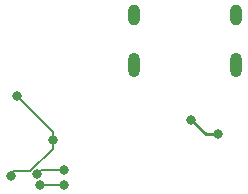
<source format=gbr>
%TF.GenerationSoftware,KiCad,Pcbnew,7.0.6-0*%
%TF.CreationDate,2023-09-19T06:41:03+09:00*%
%TF.ProjectId,scratch-rp2040,73637261-7463-4682-9d72-70323034302e,rev?*%
%TF.SameCoordinates,Original*%
%TF.FileFunction,Copper,L2,Bot*%
%TF.FilePolarity,Positive*%
%FSLAX46Y46*%
G04 Gerber Fmt 4.6, Leading zero omitted, Abs format (unit mm)*
G04 Created by KiCad (PCBNEW 7.0.6-0) date 2023-09-19 06:41:03*
%MOMM*%
%LPD*%
G01*
G04 APERTURE LIST*
%TA.AperFunction,ComponentPad*%
%ADD10O,1.000000X2.100000*%
%TD*%
%TA.AperFunction,ComponentPad*%
%ADD11O,1.000000X1.800000*%
%TD*%
%TA.AperFunction,ViaPad*%
%ADD12C,0.800000*%
%TD*%
%TA.AperFunction,Conductor*%
%ADD13C,0.250000*%
%TD*%
%TA.AperFunction,Conductor*%
%ADD14C,0.130000*%
%TD*%
G04 APERTURE END LIST*
D10*
%TO.P,P1,S1,SHIELD*%
%TO.N,GND*%
X125320000Y-55105000D03*
D11*
X125320000Y-50925000D03*
D10*
X116680000Y-55105000D03*
D11*
X116680000Y-50925000D03*
%TD*%
D12*
%TO.N,GND*%
X123750000Y-61000000D03*
X109750000Y-61500000D03*
X106750000Y-57750000D03*
X123750000Y-61000000D03*
X106200000Y-64500000D03*
X121500000Y-59750000D03*
%TO.N,Net-(U1-USB_DP)*%
X110750000Y-65250000D03*
X108670500Y-65250000D03*
%TO.N,Net-(U1-USB_DM)*%
X110750000Y-64000000D03*
X108464450Y-64343624D03*
%TD*%
D13*
%TO.N,GND*%
X122750000Y-61000000D02*
X121500000Y-59750000D01*
D14*
X106200000Y-64300000D02*
X106200000Y-64500000D01*
X109750000Y-60750000D02*
X106750000Y-57750000D01*
D13*
X123750000Y-61000000D02*
X122750000Y-61000000D01*
D14*
X106402834Y-64097166D02*
X106200000Y-64300000D01*
X109750000Y-61500000D02*
X109750000Y-60750000D01*
X109750000Y-62216616D02*
X107869450Y-64097166D01*
X109750000Y-61500000D02*
X109750000Y-62216616D01*
X107869450Y-64097166D02*
X106402834Y-64097166D01*
%TO.N,Net-(U1-USB_DP)*%
X110750000Y-65250000D02*
X108670500Y-65250000D01*
%TO.N,Net-(U1-USB_DM)*%
X108464450Y-64343624D02*
X108808074Y-64000000D01*
X108808074Y-64000000D02*
X110750000Y-64000000D01*
%TD*%
M02*

</source>
